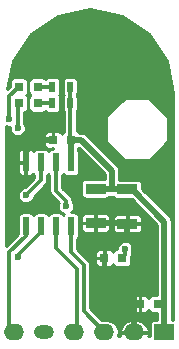
<source format=gtl>
G04 #@! TF.FileFunction,Copper,L1,Top,Signal*
%FSLAX46Y46*%
G04 Gerber Fmt 4.6, Leading zero omitted, Abs format (unit mm)*
G04 Created by KiCad (PCBNEW 4.0.7) date Sat Jun  9 20:27:24 2018*
%MOMM*%
%LPD*%
G01*
G04 APERTURE LIST*
%ADD10C,0.100000*%
%ADD11R,0.800000X0.750000*%
%ADD12R,0.800000X0.800000*%
%ADD13R,0.500000X0.900000*%
%ADD14R,1.700000X0.900000*%
%ADD15R,0.600000X1.550000*%
%ADD16R,1.700000X1.400000*%
%ADD17O,1.700000X1.400000*%
%ADD18O,1.700000X1.200000*%
%ADD19C,0.600000*%
%ADD20C,0.500000*%
%ADD21C,0.350000*%
%ADD22C,0.250000*%
G04 APERTURE END LIST*
D10*
D11*
X60250000Y-48000000D03*
X58750000Y-48000000D03*
X55900000Y-38000000D03*
X54400000Y-38000000D03*
X63250000Y-51900000D03*
X61750000Y-51900000D03*
D12*
X53100000Y-33500000D03*
X51500000Y-33500000D03*
X53100000Y-34900000D03*
X51500000Y-34900000D03*
D13*
X54350000Y-33500000D03*
X55850000Y-33500000D03*
X54350000Y-34900000D03*
X55850000Y-34900000D03*
D14*
X60700000Y-42200000D03*
X60700000Y-45100000D03*
X58000000Y-42150000D03*
X58000000Y-45050000D03*
D15*
X55905000Y-39900000D03*
X54635000Y-39900000D03*
X53365000Y-39900000D03*
X52095000Y-39900000D03*
X52095000Y-45300000D03*
X53365000Y-45300000D03*
X54635000Y-45300000D03*
X55905000Y-45300000D03*
D16*
X63820000Y-54300000D03*
D17*
X61280000Y-54300000D03*
X58740000Y-54300000D03*
X56200000Y-54300000D03*
D18*
X53660000Y-54300000D03*
D17*
X51120000Y-54300000D03*
D19*
X57400000Y-40300000D03*
X56100000Y-41800000D03*
X50900000Y-46100000D03*
X63900000Y-40500000D03*
X57400000Y-36000000D03*
X63300000Y-32000000D03*
X57100000Y-29500000D03*
X51900000Y-30700000D03*
X59500000Y-43800000D03*
X58600000Y-43400000D03*
X57600000Y-43700000D03*
X62400000Y-48000000D03*
X62200000Y-50600000D03*
X58600000Y-51100000D03*
X52200000Y-41600000D03*
X53000000Y-38000000D03*
X60500000Y-47250000D03*
X50700000Y-36200000D03*
X51400000Y-37000000D03*
X51400000Y-47900000D03*
X55500000Y-43600000D03*
X52100000Y-42700000D03*
D20*
X63820000Y-54300000D02*
X63820000Y-51900000D01*
X63820000Y-51900000D02*
X63820000Y-44920000D01*
D21*
X63250000Y-51900000D02*
X63820000Y-51900000D01*
X55850000Y-34900000D02*
X55850000Y-37950000D01*
X55850000Y-37950000D02*
X55900000Y-38000000D01*
X55850000Y-33500000D02*
X55850000Y-34900000D01*
D20*
X60700000Y-42200000D02*
X59400000Y-42200000D01*
X59400000Y-42200000D02*
X58050000Y-42200000D01*
X55900000Y-38000000D02*
X56800000Y-38000000D01*
X56800000Y-38000000D02*
X59400000Y-40600000D01*
X59400000Y-40600000D02*
X59400000Y-42200000D01*
X55900000Y-38000000D02*
X55900000Y-39895000D01*
X55900000Y-39895000D02*
X55905000Y-39900000D01*
X58050000Y-42200000D02*
X58000000Y-42150000D01*
X63820000Y-44920000D02*
X61100000Y-42200000D01*
X61100000Y-42200000D02*
X60700000Y-42200000D01*
D21*
X56100000Y-41800000D02*
X56100000Y-41600000D01*
X56100000Y-41600000D02*
X57400000Y-40300000D01*
X62300000Y-33000000D02*
X60400000Y-33000000D01*
X60400000Y-33000000D02*
X57400000Y-36000000D01*
X63300000Y-32000000D02*
X62300000Y-33000000D01*
X51900000Y-30700000D02*
X53100000Y-29500000D01*
X53100000Y-29500000D02*
X57100000Y-29500000D01*
X58600000Y-43400000D02*
X59100000Y-43400000D01*
X59100000Y-43400000D02*
X59500000Y-43800000D01*
X58000000Y-45050000D02*
X58000000Y-44100000D01*
X58000000Y-44100000D02*
X57600000Y-43700000D01*
X61280000Y-49300000D02*
X61280000Y-49680000D01*
X61280000Y-49680000D02*
X62200000Y-50600000D01*
X61750000Y-51900000D02*
X61360000Y-51900000D01*
X61360000Y-51900000D02*
X61280000Y-51820000D01*
X52095000Y-41495000D02*
X52200000Y-41600000D01*
X52095000Y-39900000D02*
X52095000Y-41495000D01*
D20*
X61280000Y-46630000D02*
X61280000Y-49300000D01*
X61280000Y-49300000D02*
X61280000Y-51820000D01*
D21*
X58750000Y-48725000D02*
X59325000Y-49300000D01*
X58750000Y-48000000D02*
X58750000Y-48725000D01*
X59325000Y-49300000D02*
X61280000Y-49300000D01*
D20*
X60700000Y-45100000D02*
X60700000Y-46050000D01*
X60700000Y-46050000D02*
X61280000Y-46630000D01*
X61280000Y-51820000D02*
X61280000Y-54300000D01*
X58000000Y-45050000D02*
X60650000Y-45050000D01*
X60650000Y-45050000D02*
X60700000Y-45100000D01*
X54400000Y-38000000D02*
X53000000Y-38000000D01*
X53000000Y-38000000D02*
X52095000Y-38905000D01*
X52095000Y-38905000D02*
X52095000Y-39900000D01*
D21*
X60500000Y-47250000D02*
X60500000Y-47750000D01*
X60500000Y-47750000D02*
X60250000Y-48000000D01*
X53100000Y-33500000D02*
X54350000Y-33500000D01*
X50700000Y-36200000D02*
X50700000Y-34300000D01*
X50700000Y-34300000D02*
X51500000Y-33500000D01*
X53100000Y-34900000D02*
X54350000Y-34900000D01*
X51400000Y-37000000D02*
X51400000Y-35000000D01*
X51400000Y-35000000D02*
X51500000Y-34900000D01*
X55905000Y-45300000D02*
X55905000Y-47505000D01*
X55905000Y-47505000D02*
X57000000Y-48600000D01*
X57000000Y-48600000D02*
X57000000Y-52500000D01*
X57000000Y-52500000D02*
X58740000Y-54240000D01*
X58740000Y-54240000D02*
X58740000Y-54300000D01*
X54635000Y-45300000D02*
X54635000Y-47135000D01*
X54635000Y-47135000D02*
X56400000Y-48900000D01*
X56400000Y-48900000D02*
X56400000Y-54100000D01*
X56400000Y-54100000D02*
X56200000Y-54300000D01*
X52095000Y-45300000D02*
X52095000Y-46105000D01*
X52095000Y-46105000D02*
X50700000Y-47500000D01*
X50700000Y-47500000D02*
X50700000Y-53880000D01*
X50700000Y-53880000D02*
X51100000Y-54280000D01*
X51400000Y-47740000D02*
X51400000Y-47900000D01*
X53365000Y-45775000D02*
X51400000Y-47740000D01*
X53365000Y-45300000D02*
X53365000Y-45775000D01*
X55500000Y-43600000D02*
X55500000Y-43175736D01*
X55500000Y-43175736D02*
X54635000Y-42310736D01*
X54635000Y-42310736D02*
X54635000Y-41025000D01*
X54635000Y-41025000D02*
X54635000Y-39900000D01*
X53365000Y-39900000D02*
X53365000Y-41435000D01*
X53365000Y-41435000D02*
X52100000Y-42700000D01*
D22*
G36*
X58775000Y-40858884D02*
X58775000Y-41317654D01*
X57150000Y-41317654D01*
X57011034Y-41343802D01*
X56883401Y-41425931D01*
X56797777Y-41551246D01*
X56767654Y-41700000D01*
X56767654Y-42600000D01*
X56793802Y-42738966D01*
X56875931Y-42866599D01*
X57001246Y-42952223D01*
X57150000Y-42982346D01*
X58850000Y-42982346D01*
X58988966Y-42956198D01*
X59116599Y-42874069D01*
X59150126Y-42825000D01*
X59516989Y-42825000D01*
X59575931Y-42916599D01*
X59701246Y-43002223D01*
X59850000Y-43032346D01*
X61048462Y-43032346D01*
X63195000Y-45178884D01*
X63195000Y-51142654D01*
X62850000Y-51142654D01*
X62711034Y-51168802D01*
X62583401Y-51250931D01*
X62497777Y-51376246D01*
X62496629Y-51381914D01*
X62467910Y-51312579D01*
X62362420Y-51207090D01*
X62224592Y-51150000D01*
X61868750Y-51150000D01*
X61775000Y-51243750D01*
X61775000Y-51875000D01*
X61795000Y-51875000D01*
X61795000Y-51925000D01*
X61775000Y-51925000D01*
X61775000Y-52556250D01*
X61868750Y-52650000D01*
X62224592Y-52650000D01*
X62362420Y-52592910D01*
X62467910Y-52487421D01*
X62496560Y-52418252D01*
X62575931Y-52541599D01*
X62701246Y-52627223D01*
X62850000Y-52657346D01*
X63195000Y-52657346D01*
X63195000Y-53217654D01*
X62970000Y-53217654D01*
X62831034Y-53243802D01*
X62703401Y-53325931D01*
X62617777Y-53451246D01*
X62587654Y-53600000D01*
X62587654Y-54596797D01*
X62458400Y-54596797D01*
X62487567Y-54492814D01*
X62410931Y-54325000D01*
X61305000Y-54325000D01*
X61305000Y-54345000D01*
X61255000Y-54345000D01*
X61255000Y-54325000D01*
X60149069Y-54325000D01*
X60072433Y-54492814D01*
X60101600Y-54596797D01*
X59929962Y-54596797D01*
X59988999Y-54300000D01*
X59950646Y-54107186D01*
X60072433Y-54107186D01*
X60149069Y-54275000D01*
X61255000Y-54275000D01*
X61255000Y-53225000D01*
X61305000Y-53225000D01*
X61305000Y-54275000D01*
X62410931Y-54275000D01*
X62487567Y-54107186D01*
X62432738Y-53911713D01*
X62207818Y-53557538D01*
X61864482Y-53316397D01*
X61455000Y-53225000D01*
X61305000Y-53225000D01*
X61255000Y-53225000D01*
X61105000Y-53225000D01*
X60695518Y-53316397D01*
X60352182Y-53557538D01*
X60127262Y-53911713D01*
X60072433Y-54107186D01*
X59950646Y-54107186D01*
X59907169Y-53888615D01*
X59674139Y-53539860D01*
X59325384Y-53306830D01*
X58913999Y-53225000D01*
X58566001Y-53225000D01*
X58513300Y-53235483D01*
X57550000Y-52272182D01*
X57550000Y-52018750D01*
X60975000Y-52018750D01*
X60975000Y-52349592D01*
X61032090Y-52487421D01*
X61137580Y-52592910D01*
X61275408Y-52650000D01*
X61631250Y-52650000D01*
X61725000Y-52556250D01*
X61725000Y-51925000D01*
X61068750Y-51925000D01*
X60975000Y-52018750D01*
X57550000Y-52018750D01*
X57550000Y-51450408D01*
X60975000Y-51450408D01*
X60975000Y-51781250D01*
X61068750Y-51875000D01*
X61725000Y-51875000D01*
X61725000Y-51243750D01*
X61631250Y-51150000D01*
X61275408Y-51150000D01*
X61137580Y-51207090D01*
X61032090Y-51312579D01*
X60975000Y-51450408D01*
X57550000Y-51450408D01*
X57550000Y-48600000D01*
X57508134Y-48389524D01*
X57388909Y-48211091D01*
X57296568Y-48118750D01*
X57975000Y-48118750D01*
X57975000Y-48449592D01*
X58032090Y-48587421D01*
X58137580Y-48692910D01*
X58275408Y-48750000D01*
X58631250Y-48750000D01*
X58725000Y-48656250D01*
X58725000Y-48025000D01*
X58068750Y-48025000D01*
X57975000Y-48118750D01*
X57296568Y-48118750D01*
X56728226Y-47550408D01*
X57975000Y-47550408D01*
X57975000Y-47881250D01*
X58068750Y-47975000D01*
X58725000Y-47975000D01*
X58725000Y-47343750D01*
X58775000Y-47343750D01*
X58775000Y-47975000D01*
X58795000Y-47975000D01*
X58795000Y-48025000D01*
X58775000Y-48025000D01*
X58775000Y-48656250D01*
X58868750Y-48750000D01*
X59224592Y-48750000D01*
X59362420Y-48692910D01*
X59467910Y-48587421D01*
X59496560Y-48518252D01*
X59575931Y-48641599D01*
X59701246Y-48727223D01*
X59850000Y-48757346D01*
X60650000Y-48757346D01*
X60788966Y-48731198D01*
X60916599Y-48649069D01*
X61002223Y-48523754D01*
X61032346Y-48375000D01*
X61032346Y-47838753D01*
X61050000Y-47750000D01*
X61050000Y-47654721D01*
X61071903Y-47632856D01*
X61174883Y-47384855D01*
X61175117Y-47116323D01*
X61072571Y-46868143D01*
X60882856Y-46678097D01*
X60634855Y-46575117D01*
X60366323Y-46574883D01*
X60118143Y-46677429D01*
X59928097Y-46867144D01*
X59825117Y-47115145D01*
X59825002Y-47247358D01*
X59711034Y-47268802D01*
X59583401Y-47350931D01*
X59497777Y-47476246D01*
X59496629Y-47481914D01*
X59467910Y-47412579D01*
X59362420Y-47307090D01*
X59224592Y-47250000D01*
X58868750Y-47250000D01*
X58775000Y-47343750D01*
X58725000Y-47343750D01*
X58631250Y-47250000D01*
X58275408Y-47250000D01*
X58137580Y-47307090D01*
X58032090Y-47412579D01*
X57975000Y-47550408D01*
X56728226Y-47550408D01*
X56455000Y-47277182D01*
X56455000Y-46359750D01*
X56471599Y-46349069D01*
X56557223Y-46223754D01*
X56587346Y-46075000D01*
X56587346Y-45168750D01*
X56775000Y-45168750D01*
X56775000Y-45574592D01*
X56832090Y-45712420D01*
X56937579Y-45817910D01*
X57075408Y-45875000D01*
X57881250Y-45875000D01*
X57975000Y-45781250D01*
X57975000Y-45075000D01*
X58025000Y-45075000D01*
X58025000Y-45781250D01*
X58118750Y-45875000D01*
X58924592Y-45875000D01*
X59062421Y-45817910D01*
X59167910Y-45712420D01*
X59225000Y-45574592D01*
X59225000Y-45218750D01*
X59475000Y-45218750D01*
X59475000Y-45624592D01*
X59532090Y-45762420D01*
X59637579Y-45867910D01*
X59775408Y-45925000D01*
X60581250Y-45925000D01*
X60675000Y-45831250D01*
X60675000Y-45125000D01*
X60725000Y-45125000D01*
X60725000Y-45831250D01*
X60818750Y-45925000D01*
X61624592Y-45925000D01*
X61762421Y-45867910D01*
X61867910Y-45762420D01*
X61925000Y-45624592D01*
X61925000Y-45218750D01*
X61831250Y-45125000D01*
X60725000Y-45125000D01*
X60675000Y-45125000D01*
X59568750Y-45125000D01*
X59475000Y-45218750D01*
X59225000Y-45218750D01*
X59225000Y-45168750D01*
X59131250Y-45075000D01*
X58025000Y-45075000D01*
X57975000Y-45075000D01*
X56868750Y-45075000D01*
X56775000Y-45168750D01*
X56587346Y-45168750D01*
X56587346Y-44525408D01*
X56775000Y-44525408D01*
X56775000Y-44931250D01*
X56868750Y-45025000D01*
X57975000Y-45025000D01*
X57975000Y-44318750D01*
X58025000Y-44318750D01*
X58025000Y-45025000D01*
X59131250Y-45025000D01*
X59225000Y-44931250D01*
X59225000Y-44575408D01*
X59475000Y-44575408D01*
X59475000Y-44981250D01*
X59568750Y-45075000D01*
X60675000Y-45075000D01*
X60675000Y-44368750D01*
X60725000Y-44368750D01*
X60725000Y-45075000D01*
X61831250Y-45075000D01*
X61925000Y-44981250D01*
X61925000Y-44575408D01*
X61867910Y-44437580D01*
X61762421Y-44332090D01*
X61624592Y-44275000D01*
X60818750Y-44275000D01*
X60725000Y-44368750D01*
X60675000Y-44368750D01*
X60581250Y-44275000D01*
X59775408Y-44275000D01*
X59637579Y-44332090D01*
X59532090Y-44437580D01*
X59475000Y-44575408D01*
X59225000Y-44575408D01*
X59225000Y-44525408D01*
X59167910Y-44387580D01*
X59062421Y-44282090D01*
X58924592Y-44225000D01*
X58118750Y-44225000D01*
X58025000Y-44318750D01*
X57975000Y-44318750D01*
X57881250Y-44225000D01*
X57075408Y-44225000D01*
X56937579Y-44282090D01*
X56832090Y-44387580D01*
X56775000Y-44525408D01*
X56587346Y-44525408D01*
X56587346Y-44525000D01*
X56561198Y-44386034D01*
X56479069Y-44258401D01*
X56353754Y-44172777D01*
X56205000Y-44142654D01*
X55911826Y-44142654D01*
X56071903Y-43982856D01*
X56174883Y-43734855D01*
X56175117Y-43466323D01*
X56072571Y-43218143D01*
X56050000Y-43195533D01*
X56050000Y-43175741D01*
X56050001Y-43175736D01*
X56008134Y-42965260D01*
X55888909Y-42786827D01*
X55185000Y-42082918D01*
X55185000Y-40959750D01*
X55201599Y-40949069D01*
X55270680Y-40847966D01*
X55330931Y-40941599D01*
X55456246Y-41027223D01*
X55605000Y-41057346D01*
X56205000Y-41057346D01*
X56343966Y-41031198D01*
X56471599Y-40949069D01*
X56557223Y-40823754D01*
X56587346Y-40675000D01*
X56587346Y-39125000D01*
X56561198Y-38986034D01*
X56525000Y-38929780D01*
X56525000Y-38675837D01*
X56565739Y-38649623D01*
X58775000Y-40858884D01*
X58775000Y-40858884D01*
G37*
X58775000Y-40858884D02*
X58775000Y-41317654D01*
X57150000Y-41317654D01*
X57011034Y-41343802D01*
X56883401Y-41425931D01*
X56797777Y-41551246D01*
X56767654Y-41700000D01*
X56767654Y-42600000D01*
X56793802Y-42738966D01*
X56875931Y-42866599D01*
X57001246Y-42952223D01*
X57150000Y-42982346D01*
X58850000Y-42982346D01*
X58988966Y-42956198D01*
X59116599Y-42874069D01*
X59150126Y-42825000D01*
X59516989Y-42825000D01*
X59575931Y-42916599D01*
X59701246Y-43002223D01*
X59850000Y-43032346D01*
X61048462Y-43032346D01*
X63195000Y-45178884D01*
X63195000Y-51142654D01*
X62850000Y-51142654D01*
X62711034Y-51168802D01*
X62583401Y-51250931D01*
X62497777Y-51376246D01*
X62496629Y-51381914D01*
X62467910Y-51312579D01*
X62362420Y-51207090D01*
X62224592Y-51150000D01*
X61868750Y-51150000D01*
X61775000Y-51243750D01*
X61775000Y-51875000D01*
X61795000Y-51875000D01*
X61795000Y-51925000D01*
X61775000Y-51925000D01*
X61775000Y-52556250D01*
X61868750Y-52650000D01*
X62224592Y-52650000D01*
X62362420Y-52592910D01*
X62467910Y-52487421D01*
X62496560Y-52418252D01*
X62575931Y-52541599D01*
X62701246Y-52627223D01*
X62850000Y-52657346D01*
X63195000Y-52657346D01*
X63195000Y-53217654D01*
X62970000Y-53217654D01*
X62831034Y-53243802D01*
X62703401Y-53325931D01*
X62617777Y-53451246D01*
X62587654Y-53600000D01*
X62587654Y-54596797D01*
X62458400Y-54596797D01*
X62487567Y-54492814D01*
X62410931Y-54325000D01*
X61305000Y-54325000D01*
X61305000Y-54345000D01*
X61255000Y-54345000D01*
X61255000Y-54325000D01*
X60149069Y-54325000D01*
X60072433Y-54492814D01*
X60101600Y-54596797D01*
X59929962Y-54596797D01*
X59988999Y-54300000D01*
X59950646Y-54107186D01*
X60072433Y-54107186D01*
X60149069Y-54275000D01*
X61255000Y-54275000D01*
X61255000Y-53225000D01*
X61305000Y-53225000D01*
X61305000Y-54275000D01*
X62410931Y-54275000D01*
X62487567Y-54107186D01*
X62432738Y-53911713D01*
X62207818Y-53557538D01*
X61864482Y-53316397D01*
X61455000Y-53225000D01*
X61305000Y-53225000D01*
X61255000Y-53225000D01*
X61105000Y-53225000D01*
X60695518Y-53316397D01*
X60352182Y-53557538D01*
X60127262Y-53911713D01*
X60072433Y-54107186D01*
X59950646Y-54107186D01*
X59907169Y-53888615D01*
X59674139Y-53539860D01*
X59325384Y-53306830D01*
X58913999Y-53225000D01*
X58566001Y-53225000D01*
X58513300Y-53235483D01*
X57550000Y-52272182D01*
X57550000Y-52018750D01*
X60975000Y-52018750D01*
X60975000Y-52349592D01*
X61032090Y-52487421D01*
X61137580Y-52592910D01*
X61275408Y-52650000D01*
X61631250Y-52650000D01*
X61725000Y-52556250D01*
X61725000Y-51925000D01*
X61068750Y-51925000D01*
X60975000Y-52018750D01*
X57550000Y-52018750D01*
X57550000Y-51450408D01*
X60975000Y-51450408D01*
X60975000Y-51781250D01*
X61068750Y-51875000D01*
X61725000Y-51875000D01*
X61725000Y-51243750D01*
X61631250Y-51150000D01*
X61275408Y-51150000D01*
X61137580Y-51207090D01*
X61032090Y-51312579D01*
X60975000Y-51450408D01*
X57550000Y-51450408D01*
X57550000Y-48600000D01*
X57508134Y-48389524D01*
X57388909Y-48211091D01*
X57296568Y-48118750D01*
X57975000Y-48118750D01*
X57975000Y-48449592D01*
X58032090Y-48587421D01*
X58137580Y-48692910D01*
X58275408Y-48750000D01*
X58631250Y-48750000D01*
X58725000Y-48656250D01*
X58725000Y-48025000D01*
X58068750Y-48025000D01*
X57975000Y-48118750D01*
X57296568Y-48118750D01*
X56728226Y-47550408D01*
X57975000Y-47550408D01*
X57975000Y-47881250D01*
X58068750Y-47975000D01*
X58725000Y-47975000D01*
X58725000Y-47343750D01*
X58775000Y-47343750D01*
X58775000Y-47975000D01*
X58795000Y-47975000D01*
X58795000Y-48025000D01*
X58775000Y-48025000D01*
X58775000Y-48656250D01*
X58868750Y-48750000D01*
X59224592Y-48750000D01*
X59362420Y-48692910D01*
X59467910Y-48587421D01*
X59496560Y-48518252D01*
X59575931Y-48641599D01*
X59701246Y-48727223D01*
X59850000Y-48757346D01*
X60650000Y-48757346D01*
X60788966Y-48731198D01*
X60916599Y-48649069D01*
X61002223Y-48523754D01*
X61032346Y-48375000D01*
X61032346Y-47838753D01*
X61050000Y-47750000D01*
X61050000Y-47654721D01*
X61071903Y-47632856D01*
X61174883Y-47384855D01*
X61175117Y-47116323D01*
X61072571Y-46868143D01*
X60882856Y-46678097D01*
X60634855Y-46575117D01*
X60366323Y-46574883D01*
X60118143Y-46677429D01*
X59928097Y-46867144D01*
X59825117Y-47115145D01*
X59825002Y-47247358D01*
X59711034Y-47268802D01*
X59583401Y-47350931D01*
X59497777Y-47476246D01*
X59496629Y-47481914D01*
X59467910Y-47412579D01*
X59362420Y-47307090D01*
X59224592Y-47250000D01*
X58868750Y-47250000D01*
X58775000Y-47343750D01*
X58725000Y-47343750D01*
X58631250Y-47250000D01*
X58275408Y-47250000D01*
X58137580Y-47307090D01*
X58032090Y-47412579D01*
X57975000Y-47550408D01*
X56728226Y-47550408D01*
X56455000Y-47277182D01*
X56455000Y-46359750D01*
X56471599Y-46349069D01*
X56557223Y-46223754D01*
X56587346Y-46075000D01*
X56587346Y-45168750D01*
X56775000Y-45168750D01*
X56775000Y-45574592D01*
X56832090Y-45712420D01*
X56937579Y-45817910D01*
X57075408Y-45875000D01*
X57881250Y-45875000D01*
X57975000Y-45781250D01*
X57975000Y-45075000D01*
X58025000Y-45075000D01*
X58025000Y-45781250D01*
X58118750Y-45875000D01*
X58924592Y-45875000D01*
X59062421Y-45817910D01*
X59167910Y-45712420D01*
X59225000Y-45574592D01*
X59225000Y-45218750D01*
X59475000Y-45218750D01*
X59475000Y-45624592D01*
X59532090Y-45762420D01*
X59637579Y-45867910D01*
X59775408Y-45925000D01*
X60581250Y-45925000D01*
X60675000Y-45831250D01*
X60675000Y-45125000D01*
X60725000Y-45125000D01*
X60725000Y-45831250D01*
X60818750Y-45925000D01*
X61624592Y-45925000D01*
X61762421Y-45867910D01*
X61867910Y-45762420D01*
X61925000Y-45624592D01*
X61925000Y-45218750D01*
X61831250Y-45125000D01*
X60725000Y-45125000D01*
X60675000Y-45125000D01*
X59568750Y-45125000D01*
X59475000Y-45218750D01*
X59225000Y-45218750D01*
X59225000Y-45168750D01*
X59131250Y-45075000D01*
X58025000Y-45075000D01*
X57975000Y-45075000D01*
X56868750Y-45075000D01*
X56775000Y-45168750D01*
X56587346Y-45168750D01*
X56587346Y-44525408D01*
X56775000Y-44525408D01*
X56775000Y-44931250D01*
X56868750Y-45025000D01*
X57975000Y-45025000D01*
X57975000Y-44318750D01*
X58025000Y-44318750D01*
X58025000Y-45025000D01*
X59131250Y-45025000D01*
X59225000Y-44931250D01*
X59225000Y-44575408D01*
X59475000Y-44575408D01*
X59475000Y-44981250D01*
X59568750Y-45075000D01*
X60675000Y-45075000D01*
X60675000Y-44368750D01*
X60725000Y-44368750D01*
X60725000Y-45075000D01*
X61831250Y-45075000D01*
X61925000Y-44981250D01*
X61925000Y-44575408D01*
X61867910Y-44437580D01*
X61762421Y-44332090D01*
X61624592Y-44275000D01*
X60818750Y-44275000D01*
X60725000Y-44368750D01*
X60675000Y-44368750D01*
X60581250Y-44275000D01*
X59775408Y-44275000D01*
X59637579Y-44332090D01*
X59532090Y-44437580D01*
X59475000Y-44575408D01*
X59225000Y-44575408D01*
X59225000Y-44525408D01*
X59167910Y-44387580D01*
X59062421Y-44282090D01*
X58924592Y-44225000D01*
X58118750Y-44225000D01*
X58025000Y-44318750D01*
X57975000Y-44318750D01*
X57881250Y-44225000D01*
X57075408Y-44225000D01*
X56937579Y-44282090D01*
X56832090Y-44387580D01*
X56775000Y-44525408D01*
X56587346Y-44525408D01*
X56587346Y-44525000D01*
X56561198Y-44386034D01*
X56479069Y-44258401D01*
X56353754Y-44172777D01*
X56205000Y-44142654D01*
X55911826Y-44142654D01*
X56071903Y-43982856D01*
X56174883Y-43734855D01*
X56175117Y-43466323D01*
X56072571Y-43218143D01*
X56050000Y-43195533D01*
X56050000Y-43175741D01*
X56050001Y-43175736D01*
X56008134Y-42965260D01*
X55888909Y-42786827D01*
X55185000Y-42082918D01*
X55185000Y-40959750D01*
X55201599Y-40949069D01*
X55270680Y-40847966D01*
X55330931Y-40941599D01*
X55456246Y-41027223D01*
X55605000Y-41057346D01*
X56205000Y-41057346D01*
X56343966Y-41031198D01*
X56471599Y-40949069D01*
X56557223Y-40823754D01*
X56587346Y-40675000D01*
X56587346Y-39125000D01*
X56561198Y-38986034D01*
X56525000Y-38929780D01*
X56525000Y-38675837D01*
X56565739Y-38649623D01*
X58775000Y-40858884D01*
G36*
X60204300Y-27493043D02*
X62496893Y-29024903D01*
X64028755Y-31317498D01*
X64575000Y-34063657D01*
X64575000Y-53217654D01*
X64445000Y-53217654D01*
X64445000Y-44920000D01*
X64397425Y-44680823D01*
X64261942Y-44478058D01*
X61932346Y-42148462D01*
X61932346Y-41750000D01*
X61906198Y-41611034D01*
X61824069Y-41483401D01*
X61698754Y-41397777D01*
X61550000Y-41367654D01*
X60025000Y-41367654D01*
X60025000Y-40600000D01*
X60008464Y-40516866D01*
X59977425Y-40360822D01*
X59841942Y-40158058D01*
X57241942Y-37558058D01*
X57039177Y-37422575D01*
X56800000Y-37375000D01*
X56584750Y-37375000D01*
X56574069Y-37358401D01*
X56448754Y-37272777D01*
X56400000Y-37262904D01*
X56400000Y-36100000D01*
X58875000Y-36100000D01*
X58875000Y-38100000D01*
X58884187Y-38147037D01*
X58911612Y-38188388D01*
X60411612Y-39688388D01*
X60451368Y-39715152D01*
X60500000Y-39725000D01*
X62500000Y-39725000D01*
X62547037Y-39715813D01*
X62588388Y-39688388D01*
X64088388Y-38188388D01*
X64115152Y-38148632D01*
X64125000Y-38100000D01*
X64125000Y-36100000D01*
X64115813Y-36052963D01*
X64088388Y-36011612D01*
X62588388Y-34511612D01*
X62548632Y-34484848D01*
X62500000Y-34475000D01*
X60500000Y-34475000D01*
X60452963Y-34484187D01*
X60411612Y-34511612D01*
X58911612Y-36011612D01*
X58884848Y-36051368D01*
X58875000Y-36100000D01*
X56400000Y-36100000D01*
X56400000Y-35575185D01*
X56452223Y-35498754D01*
X56482346Y-35350000D01*
X56482346Y-34450000D01*
X56456198Y-34311034D01*
X56400000Y-34223699D01*
X56400000Y-34175185D01*
X56452223Y-34098754D01*
X56482346Y-33950000D01*
X56482346Y-33050000D01*
X56456198Y-32911034D01*
X56374069Y-32783401D01*
X56248754Y-32697777D01*
X56100000Y-32667654D01*
X55600000Y-32667654D01*
X55461034Y-32693802D01*
X55333401Y-32775931D01*
X55247777Y-32901246D01*
X55217654Y-33050000D01*
X55217654Y-33950000D01*
X55243802Y-34088966D01*
X55300000Y-34176301D01*
X55300000Y-34224815D01*
X55247777Y-34301246D01*
X55217654Y-34450000D01*
X55217654Y-35350000D01*
X55243802Y-35488966D01*
X55300000Y-35576301D01*
X55300000Y-37308076D01*
X55233401Y-37350931D01*
X55147777Y-37476246D01*
X55146629Y-37481914D01*
X55117910Y-37412579D01*
X55012420Y-37307090D01*
X54874592Y-37250000D01*
X54518750Y-37250000D01*
X54425000Y-37343750D01*
X54425000Y-37975000D01*
X54445000Y-37975000D01*
X54445000Y-38025000D01*
X54425000Y-38025000D01*
X54425000Y-38045000D01*
X54375000Y-38045000D01*
X54375000Y-38025000D01*
X53718750Y-38025000D01*
X53625000Y-38118750D01*
X53625000Y-38449592D01*
X53682090Y-38587421D01*
X53787580Y-38692910D01*
X53925408Y-38750000D01*
X54281250Y-38750000D01*
X54374998Y-38656252D01*
X54374998Y-38742654D01*
X54335000Y-38742654D01*
X54196034Y-38768802D01*
X54068401Y-38850931D01*
X53999320Y-38952034D01*
X53939069Y-38858401D01*
X53813754Y-38772777D01*
X53665000Y-38742654D01*
X53065000Y-38742654D01*
X52926034Y-38768802D01*
X52798401Y-38850931D01*
X52729278Y-38952096D01*
X52712910Y-38912580D01*
X52607421Y-38807090D01*
X52469592Y-38750000D01*
X52213750Y-38750000D01*
X52120000Y-38843750D01*
X52120000Y-39875000D01*
X52140000Y-39875000D01*
X52140000Y-39925000D01*
X52120000Y-39925000D01*
X52120000Y-40956250D01*
X52213750Y-41050000D01*
X52469592Y-41050000D01*
X52607421Y-40992910D01*
X52712910Y-40887420D01*
X52729812Y-40846616D01*
X52790931Y-40941599D01*
X52815000Y-40958045D01*
X52815000Y-41207182D01*
X51997272Y-42024910D01*
X51966323Y-42024883D01*
X51718143Y-42127429D01*
X51528097Y-42317144D01*
X51425117Y-42565145D01*
X51424883Y-42833677D01*
X51527429Y-43081857D01*
X51717144Y-43271903D01*
X51965145Y-43374883D01*
X52233677Y-43375117D01*
X52481857Y-43272571D01*
X52671903Y-43082856D01*
X52774883Y-42834855D01*
X52774911Y-42802907D01*
X53753909Y-41823909D01*
X53873134Y-41645476D01*
X53915000Y-41435000D01*
X53915000Y-40959750D01*
X53931599Y-40949069D01*
X54000680Y-40847966D01*
X54060931Y-40941599D01*
X54085000Y-40958045D01*
X54085000Y-42310736D01*
X54126866Y-42521212D01*
X54246091Y-42699645D01*
X54879830Y-43333384D01*
X54825117Y-43465145D01*
X54824883Y-43733677D01*
X54927429Y-43981857D01*
X55117144Y-44171903D01*
X55331563Y-44260938D01*
X55269320Y-44352034D01*
X55209069Y-44258401D01*
X55083754Y-44172777D01*
X54935000Y-44142654D01*
X54335000Y-44142654D01*
X54196034Y-44168802D01*
X54068401Y-44250931D01*
X53999320Y-44352034D01*
X53939069Y-44258401D01*
X53813754Y-44172777D01*
X53665000Y-44142654D01*
X53065000Y-44142654D01*
X52926034Y-44168802D01*
X52798401Y-44250931D01*
X52729320Y-44352034D01*
X52669069Y-44258401D01*
X52543754Y-44172777D01*
X52395000Y-44142654D01*
X51795000Y-44142654D01*
X51656034Y-44168802D01*
X51528401Y-44250931D01*
X51442777Y-44376246D01*
X51412654Y-44525000D01*
X51412654Y-46009528D01*
X50425000Y-46997182D01*
X50425000Y-40018750D01*
X51420000Y-40018750D01*
X51420000Y-40749592D01*
X51477090Y-40887420D01*
X51582579Y-40992910D01*
X51720408Y-41050000D01*
X51976250Y-41050000D01*
X52070000Y-40956250D01*
X52070000Y-39925000D01*
X51513750Y-39925000D01*
X51420000Y-40018750D01*
X50425000Y-40018750D01*
X50425000Y-39050408D01*
X51420000Y-39050408D01*
X51420000Y-39781250D01*
X51513750Y-39875000D01*
X52070000Y-39875000D01*
X52070000Y-38843750D01*
X51976250Y-38750000D01*
X51720408Y-38750000D01*
X51582579Y-38807090D01*
X51477090Y-38912580D01*
X51420000Y-39050408D01*
X50425000Y-39050408D01*
X50425000Y-36816689D01*
X50565145Y-36874883D01*
X50725108Y-36875022D01*
X50724883Y-37133677D01*
X50827429Y-37381857D01*
X51017144Y-37571903D01*
X51265145Y-37674883D01*
X51533677Y-37675117D01*
X51781857Y-37572571D01*
X51804058Y-37550408D01*
X53625000Y-37550408D01*
X53625000Y-37881250D01*
X53718750Y-37975000D01*
X54375000Y-37975000D01*
X54375000Y-37343750D01*
X54281250Y-37250000D01*
X53925408Y-37250000D01*
X53787580Y-37307090D01*
X53682090Y-37412579D01*
X53625000Y-37550408D01*
X51804058Y-37550408D01*
X51971903Y-37382856D01*
X52074883Y-37134855D01*
X52075117Y-36866323D01*
X51972571Y-36618143D01*
X51950000Y-36595533D01*
X51950000Y-35672938D01*
X52038966Y-35656198D01*
X52166599Y-35574069D01*
X52252223Y-35448754D01*
X52282346Y-35300000D01*
X52282346Y-34500000D01*
X52256198Y-34361034D01*
X52174069Y-34233401D01*
X52125726Y-34200370D01*
X52166599Y-34174069D01*
X52252223Y-34048754D01*
X52282346Y-33900000D01*
X52282346Y-33100000D01*
X52317654Y-33100000D01*
X52317654Y-33900000D01*
X52343802Y-34038966D01*
X52425931Y-34166599D01*
X52474274Y-34199630D01*
X52433401Y-34225931D01*
X52347777Y-34351246D01*
X52317654Y-34500000D01*
X52317654Y-35300000D01*
X52343802Y-35438966D01*
X52425931Y-35566599D01*
X52551246Y-35652223D01*
X52700000Y-35682346D01*
X53500000Y-35682346D01*
X53638966Y-35656198D01*
X53766599Y-35574069D01*
X53783061Y-35549976D01*
X53825931Y-35616599D01*
X53951246Y-35702223D01*
X54100000Y-35732346D01*
X54600000Y-35732346D01*
X54738966Y-35706198D01*
X54866599Y-35624069D01*
X54952223Y-35498754D01*
X54982346Y-35350000D01*
X54982346Y-34450000D01*
X54956198Y-34311034D01*
X54883923Y-34198715D01*
X54952223Y-34098754D01*
X54982346Y-33950000D01*
X54982346Y-33050000D01*
X54956198Y-32911034D01*
X54874069Y-32783401D01*
X54748754Y-32697777D01*
X54600000Y-32667654D01*
X54100000Y-32667654D01*
X53961034Y-32693802D01*
X53833401Y-32775931D01*
X53783800Y-32848524D01*
X53774069Y-32833401D01*
X53648754Y-32747777D01*
X53500000Y-32717654D01*
X52700000Y-32717654D01*
X52561034Y-32743802D01*
X52433401Y-32825931D01*
X52347777Y-32951246D01*
X52317654Y-33100000D01*
X52282346Y-33100000D01*
X52256198Y-32961034D01*
X52174069Y-32833401D01*
X52048754Y-32747777D01*
X51900000Y-32717654D01*
X51100000Y-32717654D01*
X50961034Y-32743802D01*
X50833401Y-32825931D01*
X50747777Y-32951246D01*
X50717654Y-33100000D01*
X50717654Y-33504528D01*
X50491167Y-33731015D01*
X50971246Y-31317497D01*
X52503106Y-29024904D01*
X54795701Y-27493042D01*
X57500000Y-26955123D01*
X60204300Y-27493043D01*
X60204300Y-27493043D01*
G37*
X60204300Y-27493043D02*
X62496893Y-29024903D01*
X64028755Y-31317498D01*
X64575000Y-34063657D01*
X64575000Y-53217654D01*
X64445000Y-53217654D01*
X64445000Y-44920000D01*
X64397425Y-44680823D01*
X64261942Y-44478058D01*
X61932346Y-42148462D01*
X61932346Y-41750000D01*
X61906198Y-41611034D01*
X61824069Y-41483401D01*
X61698754Y-41397777D01*
X61550000Y-41367654D01*
X60025000Y-41367654D01*
X60025000Y-40600000D01*
X60008464Y-40516866D01*
X59977425Y-40360822D01*
X59841942Y-40158058D01*
X57241942Y-37558058D01*
X57039177Y-37422575D01*
X56800000Y-37375000D01*
X56584750Y-37375000D01*
X56574069Y-37358401D01*
X56448754Y-37272777D01*
X56400000Y-37262904D01*
X56400000Y-36100000D01*
X58875000Y-36100000D01*
X58875000Y-38100000D01*
X58884187Y-38147037D01*
X58911612Y-38188388D01*
X60411612Y-39688388D01*
X60451368Y-39715152D01*
X60500000Y-39725000D01*
X62500000Y-39725000D01*
X62547037Y-39715813D01*
X62588388Y-39688388D01*
X64088388Y-38188388D01*
X64115152Y-38148632D01*
X64125000Y-38100000D01*
X64125000Y-36100000D01*
X64115813Y-36052963D01*
X64088388Y-36011612D01*
X62588388Y-34511612D01*
X62548632Y-34484848D01*
X62500000Y-34475000D01*
X60500000Y-34475000D01*
X60452963Y-34484187D01*
X60411612Y-34511612D01*
X58911612Y-36011612D01*
X58884848Y-36051368D01*
X58875000Y-36100000D01*
X56400000Y-36100000D01*
X56400000Y-35575185D01*
X56452223Y-35498754D01*
X56482346Y-35350000D01*
X56482346Y-34450000D01*
X56456198Y-34311034D01*
X56400000Y-34223699D01*
X56400000Y-34175185D01*
X56452223Y-34098754D01*
X56482346Y-33950000D01*
X56482346Y-33050000D01*
X56456198Y-32911034D01*
X56374069Y-32783401D01*
X56248754Y-32697777D01*
X56100000Y-32667654D01*
X55600000Y-32667654D01*
X55461034Y-32693802D01*
X55333401Y-32775931D01*
X55247777Y-32901246D01*
X55217654Y-33050000D01*
X55217654Y-33950000D01*
X55243802Y-34088966D01*
X55300000Y-34176301D01*
X55300000Y-34224815D01*
X55247777Y-34301246D01*
X55217654Y-34450000D01*
X55217654Y-35350000D01*
X55243802Y-35488966D01*
X55300000Y-35576301D01*
X55300000Y-37308076D01*
X55233401Y-37350931D01*
X55147777Y-37476246D01*
X55146629Y-37481914D01*
X55117910Y-37412579D01*
X55012420Y-37307090D01*
X54874592Y-37250000D01*
X54518750Y-37250000D01*
X54425000Y-37343750D01*
X54425000Y-37975000D01*
X54445000Y-37975000D01*
X54445000Y-38025000D01*
X54425000Y-38025000D01*
X54425000Y-38045000D01*
X54375000Y-38045000D01*
X54375000Y-38025000D01*
X53718750Y-38025000D01*
X53625000Y-38118750D01*
X53625000Y-38449592D01*
X53682090Y-38587421D01*
X53787580Y-38692910D01*
X53925408Y-38750000D01*
X54281250Y-38750000D01*
X54374998Y-38656252D01*
X54374998Y-38742654D01*
X54335000Y-38742654D01*
X54196034Y-38768802D01*
X54068401Y-38850931D01*
X53999320Y-38952034D01*
X53939069Y-38858401D01*
X53813754Y-38772777D01*
X53665000Y-38742654D01*
X53065000Y-38742654D01*
X52926034Y-38768802D01*
X52798401Y-38850931D01*
X52729278Y-38952096D01*
X52712910Y-38912580D01*
X52607421Y-38807090D01*
X52469592Y-38750000D01*
X52213750Y-38750000D01*
X52120000Y-38843750D01*
X52120000Y-39875000D01*
X52140000Y-39875000D01*
X52140000Y-39925000D01*
X52120000Y-39925000D01*
X52120000Y-40956250D01*
X52213750Y-41050000D01*
X52469592Y-41050000D01*
X52607421Y-40992910D01*
X52712910Y-40887420D01*
X52729812Y-40846616D01*
X52790931Y-40941599D01*
X52815000Y-40958045D01*
X52815000Y-41207182D01*
X51997272Y-42024910D01*
X51966323Y-42024883D01*
X51718143Y-42127429D01*
X51528097Y-42317144D01*
X51425117Y-42565145D01*
X51424883Y-42833677D01*
X51527429Y-43081857D01*
X51717144Y-43271903D01*
X51965145Y-43374883D01*
X52233677Y-43375117D01*
X52481857Y-43272571D01*
X52671903Y-43082856D01*
X52774883Y-42834855D01*
X52774911Y-42802907D01*
X53753909Y-41823909D01*
X53873134Y-41645476D01*
X53915000Y-41435000D01*
X53915000Y-40959750D01*
X53931599Y-40949069D01*
X54000680Y-40847966D01*
X54060931Y-40941599D01*
X54085000Y-40958045D01*
X54085000Y-42310736D01*
X54126866Y-42521212D01*
X54246091Y-42699645D01*
X54879830Y-43333384D01*
X54825117Y-43465145D01*
X54824883Y-43733677D01*
X54927429Y-43981857D01*
X55117144Y-44171903D01*
X55331563Y-44260938D01*
X55269320Y-44352034D01*
X55209069Y-44258401D01*
X55083754Y-44172777D01*
X54935000Y-44142654D01*
X54335000Y-44142654D01*
X54196034Y-44168802D01*
X54068401Y-44250931D01*
X53999320Y-44352034D01*
X53939069Y-44258401D01*
X53813754Y-44172777D01*
X53665000Y-44142654D01*
X53065000Y-44142654D01*
X52926034Y-44168802D01*
X52798401Y-44250931D01*
X52729320Y-44352034D01*
X52669069Y-44258401D01*
X52543754Y-44172777D01*
X52395000Y-44142654D01*
X51795000Y-44142654D01*
X51656034Y-44168802D01*
X51528401Y-44250931D01*
X51442777Y-44376246D01*
X51412654Y-44525000D01*
X51412654Y-46009528D01*
X50425000Y-46997182D01*
X50425000Y-40018750D01*
X51420000Y-40018750D01*
X51420000Y-40749592D01*
X51477090Y-40887420D01*
X51582579Y-40992910D01*
X51720408Y-41050000D01*
X51976250Y-41050000D01*
X52070000Y-40956250D01*
X52070000Y-39925000D01*
X51513750Y-39925000D01*
X51420000Y-40018750D01*
X50425000Y-40018750D01*
X50425000Y-39050408D01*
X51420000Y-39050408D01*
X51420000Y-39781250D01*
X51513750Y-39875000D01*
X52070000Y-39875000D01*
X52070000Y-38843750D01*
X51976250Y-38750000D01*
X51720408Y-38750000D01*
X51582579Y-38807090D01*
X51477090Y-38912580D01*
X51420000Y-39050408D01*
X50425000Y-39050408D01*
X50425000Y-36816689D01*
X50565145Y-36874883D01*
X50725108Y-36875022D01*
X50724883Y-37133677D01*
X50827429Y-37381857D01*
X51017144Y-37571903D01*
X51265145Y-37674883D01*
X51533677Y-37675117D01*
X51781857Y-37572571D01*
X51804058Y-37550408D01*
X53625000Y-37550408D01*
X53625000Y-37881250D01*
X53718750Y-37975000D01*
X54375000Y-37975000D01*
X54375000Y-37343750D01*
X54281250Y-37250000D01*
X53925408Y-37250000D01*
X53787580Y-37307090D01*
X53682090Y-37412579D01*
X53625000Y-37550408D01*
X51804058Y-37550408D01*
X51971903Y-37382856D01*
X52074883Y-37134855D01*
X52075117Y-36866323D01*
X51972571Y-36618143D01*
X51950000Y-36595533D01*
X51950000Y-35672938D01*
X52038966Y-35656198D01*
X52166599Y-35574069D01*
X52252223Y-35448754D01*
X52282346Y-35300000D01*
X52282346Y-34500000D01*
X52256198Y-34361034D01*
X52174069Y-34233401D01*
X52125726Y-34200370D01*
X52166599Y-34174069D01*
X52252223Y-34048754D01*
X52282346Y-33900000D01*
X52282346Y-33100000D01*
X52317654Y-33100000D01*
X52317654Y-33900000D01*
X52343802Y-34038966D01*
X52425931Y-34166599D01*
X52474274Y-34199630D01*
X52433401Y-34225931D01*
X52347777Y-34351246D01*
X52317654Y-34500000D01*
X52317654Y-35300000D01*
X52343802Y-35438966D01*
X52425931Y-35566599D01*
X52551246Y-35652223D01*
X52700000Y-35682346D01*
X53500000Y-35682346D01*
X53638966Y-35656198D01*
X53766599Y-35574069D01*
X53783061Y-35549976D01*
X53825931Y-35616599D01*
X53951246Y-35702223D01*
X54100000Y-35732346D01*
X54600000Y-35732346D01*
X54738966Y-35706198D01*
X54866599Y-35624069D01*
X54952223Y-35498754D01*
X54982346Y-35350000D01*
X54982346Y-34450000D01*
X54956198Y-34311034D01*
X54883923Y-34198715D01*
X54952223Y-34098754D01*
X54982346Y-33950000D01*
X54982346Y-33050000D01*
X54956198Y-32911034D01*
X54874069Y-32783401D01*
X54748754Y-32697777D01*
X54600000Y-32667654D01*
X54100000Y-32667654D01*
X53961034Y-32693802D01*
X53833401Y-32775931D01*
X53783800Y-32848524D01*
X53774069Y-32833401D01*
X53648754Y-32747777D01*
X53500000Y-32717654D01*
X52700000Y-32717654D01*
X52561034Y-32743802D01*
X52433401Y-32825931D01*
X52347777Y-32951246D01*
X52317654Y-33100000D01*
X52282346Y-33100000D01*
X52256198Y-32961034D01*
X52174069Y-32833401D01*
X52048754Y-32747777D01*
X51900000Y-32717654D01*
X51100000Y-32717654D01*
X50961034Y-32743802D01*
X50833401Y-32825931D01*
X50747777Y-32951246D01*
X50717654Y-33100000D01*
X50717654Y-33504528D01*
X50491167Y-33731015D01*
X50971246Y-31317497D01*
X52503106Y-29024904D01*
X54795701Y-27493042D01*
X57500000Y-26955123D01*
X60204300Y-27493043D01*
M02*

</source>
